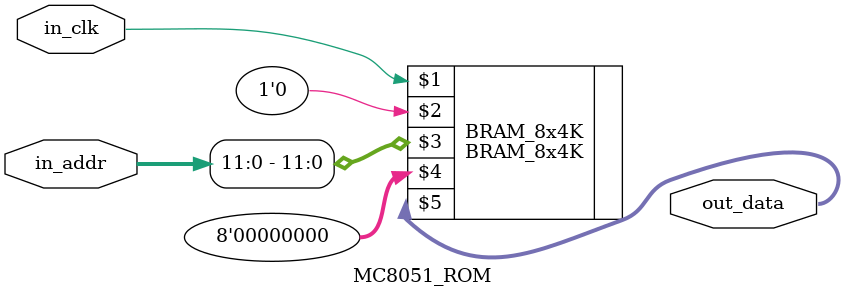
<source format=v>
module MC8051_ROM(in_clk, in_addr, out_data);
    
	input wire in_clk;
    input wire [15:0] in_addr;
    output wire [7:0] out_data;
	
	BRAM_8x4K BRAM_8x4K(in_clk, 1'b0, in_addr[11:0], 8'h00, out_data);
	
endmodule

</source>
